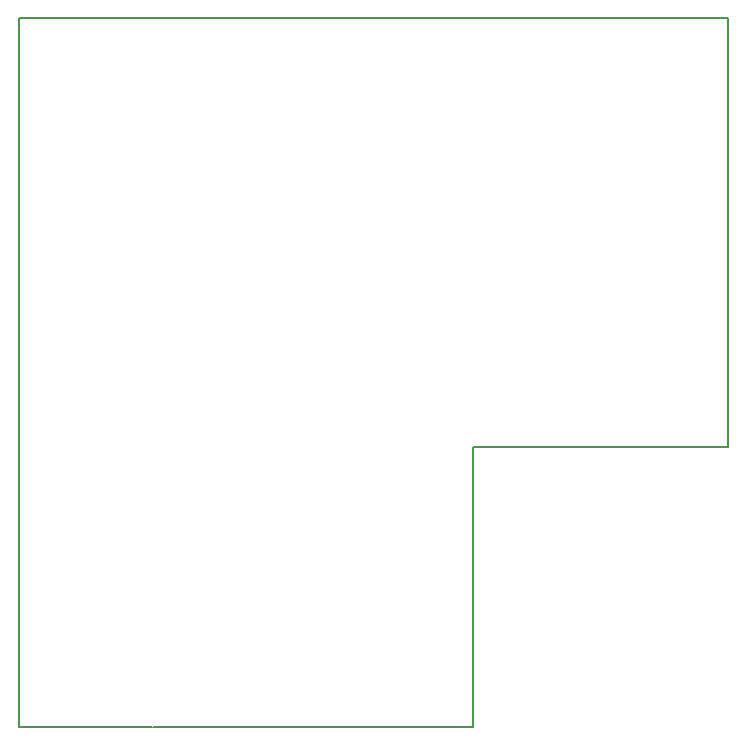
<source format=gm1>
G04*
G04 #@! TF.GenerationSoftware,Altium Limited,Altium Designer,21.2.0 (30)*
G04*
G04 Layer_Color=16711935*
%FSLAX44Y44*%
%MOMM*%
G71*
G04*
G04 #@! TF.SameCoordinates,3BC8F3D4-7935-4982-82F0-2F2C798F560B*
G04*
G04*
G04 #@! TF.FilePolarity,Positive*
G04*
G01*
G75*
%ADD10C,0.2000*%
D10*
X600000Y484950D02*
Y600000D01*
X0D02*
X600000D01*
Y401700D02*
Y484950D01*
X384450Y50D02*
Y236700D01*
X113250Y50D02*
X384450D01*
Y236700D02*
X600000D01*
X0Y0D02*
X113000D01*
X0Y461750D02*
X0Y0D01*
X600000Y236700D02*
Y401700D01*
X0Y461750D02*
Y600000D01*
M02*

</source>
